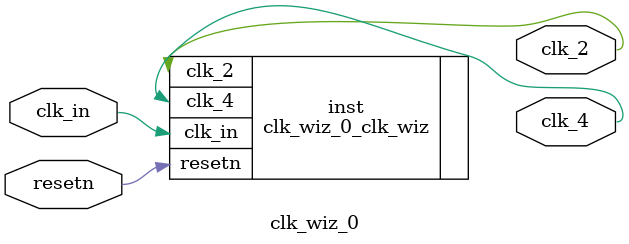
<source format=v>


`timescale 1ps/1ps

(* CORE_GENERATION_INFO = "clk_wiz_0,clk_wiz_v6_0_13_0_0,{component_name=clk_wiz_0,use_phase_alignment=true,use_min_o_jitter=false,use_max_i_jitter=false,use_dyn_phase_shift=false,use_inclk_switchover=false,use_dyn_reconfig=false,enable_axi=0,feedback_source=FDBK_AUTO,PRIMITIVE=MMCM,num_out_clk=2,clkin1_period=10.000,clkin2_period=10.000,use_power_down=false,use_reset=true,use_locked=false,use_inclk_stopped=false,feedback_type=SINGLE,CLOCK_MGR_TYPE=NA,manual_override=false}" *)

module clk_wiz_0 
 (
  // Clock out ports
  output        clk_2,
  output        clk_4,
  // Status and control signals
  input         resetn,
 // Clock in ports
  input         clk_in
 );

  clk_wiz_0_clk_wiz inst
  (
  // Clock out ports  
  .clk_2(clk_2),
  .clk_4(clk_4),
  // Status and control signals               
  .resetn(resetn), 
 // Clock in ports
  .clk_in(clk_in)
  );

endmodule

</source>
